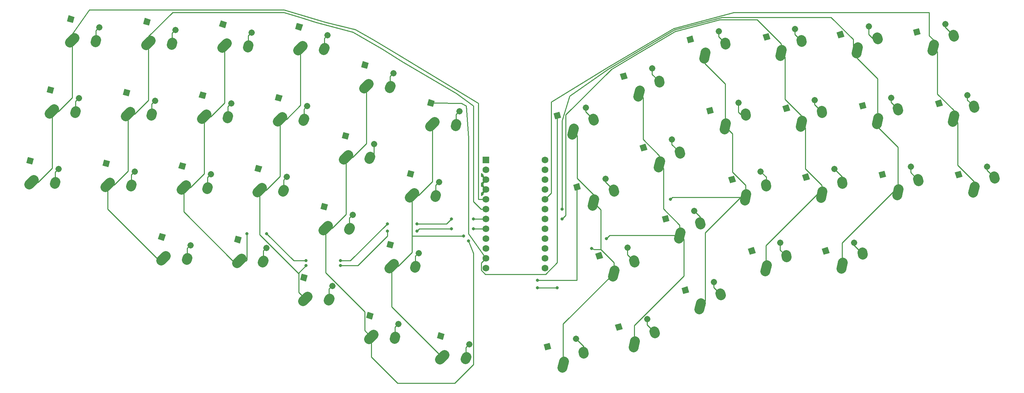
<source format=gbr>
G04 #@! TF.GenerationSoftware,KiCad,Pcbnew,(5.1.5)-3*
G04 #@! TF.CreationDate,2020-09-15T02:52:10+03:00*
G04 #@! TF.ProjectId,eiri,65697269-2e6b-4696-9361-645f70636258,rev?*
G04 #@! TF.SameCoordinates,Original*
G04 #@! TF.FileFunction,Copper,L1,Top*
G04 #@! TF.FilePolarity,Positive*
%FSLAX46Y46*%
G04 Gerber Fmt 4.6, Leading zero omitted, Abs format (unit mm)*
G04 Created by KiCad (PCBNEW (5.1.5)-3) date 2020-09-15 02:52:10*
%MOMM*%
%LPD*%
G04 APERTURE LIST*
%ADD10R,1.752600X1.752600*%
%ADD11C,1.752600*%
%ADD12C,2.500000*%
%ADD13C,0.100000*%
%ADD14C,1.600000*%
%ADD15C,0.800000*%
%ADD16C,0.250000*%
%ADD17C,0.254000*%
G04 APERTURE END LIST*
D10*
X138430000Y-81280000D03*
D11*
X138430000Y-83820000D03*
X138430000Y-86360000D03*
X138430000Y-88900000D03*
X138430000Y-91440000D03*
X138430000Y-93980000D03*
X138430000Y-96520000D03*
X138430000Y-99060000D03*
X138430000Y-101600000D03*
X138430000Y-104140000D03*
X138430000Y-106680000D03*
X153670000Y-109220000D03*
X153670000Y-106680000D03*
X153670000Y-104140000D03*
X153670000Y-101600000D03*
X153670000Y-99060000D03*
X153670000Y-96520000D03*
X153670000Y-93980000D03*
X153670000Y-91440000D03*
X153670000Y-88900000D03*
X153670000Y-86360000D03*
X153670000Y-83820000D03*
X138430000Y-109220000D03*
X153670000Y-81280000D03*
D12*
X264488789Y-88129398D02*
X264111701Y-89756268D01*
X269515963Y-85565007D02*
X269637541Y-86132121D01*
X259237898Y-69817363D02*
X258860810Y-71444233D01*
X264265072Y-67252972D02*
X264386650Y-67820086D01*
X253987006Y-51505327D02*
X253609918Y-53132197D01*
X259014180Y-48940936D02*
X259135758Y-49508050D01*
X230490166Y-107787201D02*
X230113078Y-109414071D01*
X235517340Y-105222810D02*
X235638918Y-105789924D01*
X244864032Y-88802282D02*
X244486944Y-90429152D01*
X249891206Y-86237891D02*
X250012784Y-86805005D01*
X239613141Y-70490247D02*
X239236053Y-72117117D01*
X244640315Y-67925856D02*
X244761893Y-68492970D01*
X234362249Y-52178211D02*
X233985161Y-53805081D01*
X239389423Y-49613820D02*
X239511001Y-50180934D01*
X210865409Y-108460085D02*
X210488321Y-110086955D01*
X215892583Y-105895694D02*
X216014161Y-106462808D01*
X225239275Y-89475166D02*
X224862187Y-91102036D01*
X230266449Y-86910775D02*
X230388027Y-87477889D01*
X219988384Y-71163131D02*
X219611296Y-72790001D01*
X225015558Y-68598740D02*
X225137136Y-69165854D01*
X214737492Y-52851095D02*
X214360404Y-54477965D01*
X219764666Y-50286704D02*
X219886244Y-50853818D01*
X193866098Y-118288987D02*
X193489010Y-119915857D01*
X198893272Y-115724596D02*
X199014850Y-116291710D01*
X205614518Y-90148050D02*
X205237430Y-91774920D01*
X210641692Y-87583659D02*
X210763270Y-88150773D01*
X200363627Y-71836015D02*
X199986539Y-73462885D01*
X205390801Y-69271624D02*
X205512379Y-69838738D01*
X195112736Y-53523980D02*
X194735648Y-55150850D01*
X200139910Y-50959589D02*
X200261488Y-51526703D01*
X176866787Y-128117889D02*
X176489699Y-129744759D01*
X181893961Y-125553498D02*
X182015539Y-126120612D01*
X188615207Y-99976952D02*
X188238119Y-101603822D01*
X193642381Y-97412561D02*
X193763959Y-97979675D01*
X183364316Y-81664917D02*
X182987228Y-83291787D01*
X188391490Y-79100526D02*
X188513068Y-79667640D01*
X178113425Y-63352882D02*
X177736337Y-64979752D01*
X183140599Y-60788491D02*
X183262177Y-61355605D01*
X158554751Y-133368780D02*
X158177663Y-134995650D01*
X163581925Y-130804389D02*
X163703503Y-131371503D01*
X171615896Y-109805854D02*
X171238808Y-111432724D01*
X176643070Y-107241463D02*
X176764648Y-107808577D01*
X166365005Y-91493819D02*
X165987917Y-93120689D01*
X171392179Y-88929428D02*
X171513757Y-89496542D01*
X161114114Y-73181784D02*
X160737026Y-74808654D01*
X166141288Y-70617393D02*
X166262866Y-71184507D01*
X127778546Y-131715206D02*
X126596648Y-132895044D01*
X133400751Y-132204475D02*
X133203331Y-132749843D01*
X114717403Y-108152280D02*
X113535505Y-109332118D01*
X120339608Y-108641549D02*
X120142188Y-109186917D01*
X119968295Y-89840245D02*
X118786397Y-91020083D01*
X125590500Y-90329514D02*
X125393080Y-90874882D01*
X125219187Y-71528210D02*
X124037289Y-72708048D01*
X130841392Y-72017479D02*
X130643972Y-72562847D01*
X109466511Y-126464315D02*
X108284613Y-127644153D01*
X115088716Y-126953584D02*
X114891296Y-127498952D01*
X97718089Y-98323378D02*
X96536191Y-99503216D01*
X103340294Y-98812647D02*
X103142874Y-99358015D01*
X102968981Y-80011343D02*
X101787083Y-81191181D01*
X108591186Y-80500612D02*
X108393766Y-81045980D01*
X108219873Y-61699308D02*
X107037975Y-62879146D01*
X113842078Y-62188577D02*
X113644658Y-62733945D01*
X92467197Y-116635413D02*
X91285299Y-117815251D01*
X98089402Y-117124682D02*
X97891982Y-117670050D01*
X80718775Y-88494476D02*
X79536877Y-89674314D01*
X86340980Y-88983745D02*
X86143560Y-89529113D01*
X85969667Y-70182441D02*
X84787769Y-71362279D01*
X91591872Y-70671710D02*
X91394452Y-71217078D01*
X91220559Y-51870406D02*
X90038661Y-53050244D01*
X96842764Y-52359675D02*
X96645344Y-52905043D01*
X75467883Y-106806511D02*
X74285985Y-107986349D01*
X81090088Y-107295780D02*
X80892668Y-107841148D01*
X61094016Y-87821593D02*
X59912118Y-89001431D01*
X66716221Y-88310862D02*
X66518801Y-88856230D01*
X66344908Y-69509558D02*
X65163010Y-70689396D01*
X71967113Y-69998827D02*
X71769693Y-70544195D01*
X71595799Y-51197522D02*
X70413901Y-52377360D01*
X77218004Y-51686791D02*
X77020584Y-52232159D01*
X55843124Y-106133628D02*
X54661226Y-107313466D01*
X61465329Y-106622897D02*
X61267909Y-107168265D01*
X41469256Y-87148709D02*
X40287358Y-88328547D01*
X47091461Y-87637978D02*
X46894041Y-88183346D01*
X46720148Y-68836674D02*
X45538250Y-70016512D01*
X52342353Y-69325943D02*
X52144933Y-69871311D01*
X51971039Y-50524638D02*
X50789141Y-51704476D01*
X57593244Y-51013907D02*
X57395824Y-51559275D01*
X21844496Y-86475825D02*
X20662598Y-87655663D01*
X27466701Y-86965094D02*
X27269281Y-87510462D01*
X27095388Y-68163790D02*
X25913490Y-69343628D01*
X32717593Y-68653059D02*
X32520173Y-69198427D01*
X32346279Y-49851754D02*
X31164381Y-51031592D01*
X37968484Y-50341023D02*
X37771064Y-50886391D01*
G04 #@! TA.AperFunction,ComponentPad*
D13*
G36*
X259801501Y-86079519D02*
G01*
X259360481Y-84541501D01*
X260898499Y-84100481D01*
X261339519Y-85638499D01*
X259801501Y-86079519D01*
G37*
G04 #@! TD.AperFunction*
D14*
X267674814Y-82989643D02*
X267674814Y-82989643D01*
G04 #@! TA.AperFunction,ComponentPad*
D13*
G36*
X254721501Y-67664519D02*
G01*
X254280481Y-66126501D01*
X255818499Y-65685481D01*
X256259519Y-67223499D01*
X254721501Y-67664519D01*
G37*
G04 #@! TD.AperFunction*
D14*
X262594814Y-64574643D02*
X262594814Y-64574643D01*
G04 #@! TA.AperFunction,ComponentPad*
D13*
G36*
X249006501Y-49249519D02*
G01*
X248565481Y-47711501D01*
X250103499Y-47270481D01*
X250544519Y-48808499D01*
X249006501Y-49249519D01*
G37*
G04 #@! TD.AperFunction*
D14*
X256879814Y-46159643D02*
X256879814Y-46159643D01*
G04 #@! TA.AperFunction,ComponentPad*
D13*
G36*
X225511501Y-105764519D02*
G01*
X225070481Y-104226501D01*
X226608499Y-103785481D01*
X227049519Y-105323499D01*
X225511501Y-105764519D01*
G37*
G04 #@! TD.AperFunction*
D14*
X233384814Y-102674643D02*
X233384814Y-102674643D01*
G04 #@! TA.AperFunction,ComponentPad*
D13*
G36*
X240116501Y-86079519D02*
G01*
X239675481Y-84541501D01*
X241213499Y-84100481D01*
X241654519Y-85638499D01*
X240116501Y-86079519D01*
G37*
G04 #@! TD.AperFunction*
D14*
X247989814Y-82989643D02*
X247989814Y-82989643D01*
G04 #@! TA.AperFunction,ComponentPad*
D13*
G36*
X235036501Y-68299519D02*
G01*
X234595481Y-66761501D01*
X236133499Y-66320481D01*
X236574519Y-67858499D01*
X235036501Y-68299519D01*
G37*
G04 #@! TD.AperFunction*
D14*
X242909814Y-65209643D02*
X242909814Y-65209643D01*
G04 #@! TA.AperFunction,ComponentPad*
D13*
G36*
X229321501Y-49884519D02*
G01*
X228880481Y-48346501D01*
X230418499Y-47905481D01*
X230859519Y-49443499D01*
X229321501Y-49884519D01*
G37*
G04 #@! TD.AperFunction*
D14*
X237194814Y-46794643D02*
X237194814Y-46794643D01*
G04 #@! TA.AperFunction,ComponentPad*
D13*
G36*
X206461501Y-105764519D02*
G01*
X206020481Y-104226501D01*
X207558499Y-103785481D01*
X207999519Y-105323499D01*
X206461501Y-105764519D01*
G37*
G04 #@! TD.AperFunction*
D14*
X214334814Y-102674643D02*
X214334814Y-102674643D01*
G04 #@! TA.AperFunction,ComponentPad*
D13*
G36*
X220431501Y-86714519D02*
G01*
X219990481Y-85176501D01*
X221528499Y-84735481D01*
X221969519Y-86273499D01*
X220431501Y-86714519D01*
G37*
G04 #@! TD.AperFunction*
D14*
X228304814Y-83624643D02*
X228304814Y-83624643D01*
G04 #@! TA.AperFunction,ComponentPad*
D13*
G36*
X215351501Y-68934519D02*
G01*
X214910481Y-67396501D01*
X216448499Y-66955481D01*
X216889519Y-68493499D01*
X215351501Y-68934519D01*
G37*
G04 #@! TD.AperFunction*
D14*
X223224814Y-65844643D02*
X223224814Y-65844643D01*
G04 #@! TA.AperFunction,ComponentPad*
D13*
G36*
X210271501Y-50519519D02*
G01*
X209830481Y-48981501D01*
X211368499Y-48540481D01*
X211809519Y-50078499D01*
X210271501Y-50519519D01*
G37*
G04 #@! TD.AperFunction*
D14*
X218144814Y-47429643D02*
X218144814Y-47429643D01*
G04 #@! TA.AperFunction,ComponentPad*
D13*
G36*
X189316501Y-115924519D02*
G01*
X188875481Y-114386501D01*
X190413499Y-113945481D01*
X190854519Y-115483499D01*
X189316501Y-115924519D01*
G37*
G04 #@! TD.AperFunction*
D14*
X197189814Y-112834643D02*
X197189814Y-112834643D01*
G04 #@! TA.AperFunction,ComponentPad*
D13*
G36*
X201381501Y-87349519D02*
G01*
X200940481Y-85811501D01*
X202478499Y-85370481D01*
X202919519Y-86908499D01*
X201381501Y-87349519D01*
G37*
G04 #@! TD.AperFunction*
D14*
X209254814Y-84259643D02*
X209254814Y-84259643D01*
G04 #@! TA.AperFunction,ComponentPad*
D13*
G36*
X195666501Y-69569519D02*
G01*
X195225481Y-68031501D01*
X196763499Y-67590481D01*
X197204519Y-69128499D01*
X195666501Y-69569519D01*
G37*
G04 #@! TD.AperFunction*
D14*
X203539814Y-66479643D02*
X203539814Y-66479643D01*
G04 #@! TA.AperFunction,ComponentPad*
D13*
G36*
X190586501Y-51154519D02*
G01*
X190145481Y-49616501D01*
X191683499Y-49175481D01*
X192124519Y-50713499D01*
X190586501Y-51154519D01*
G37*
G04 #@! TD.AperFunction*
D14*
X198459814Y-48064643D02*
X198459814Y-48064643D01*
G04 #@! TA.AperFunction,ComponentPad*
D13*
G36*
X172171501Y-125449519D02*
G01*
X171730481Y-123911501D01*
X173268499Y-123470481D01*
X173709519Y-125008499D01*
X172171501Y-125449519D01*
G37*
G04 #@! TD.AperFunction*
D14*
X180044814Y-122359643D02*
X180044814Y-122359643D01*
G04 #@! TA.AperFunction,ComponentPad*
D13*
G36*
X184236501Y-97509519D02*
G01*
X183795481Y-95971501D01*
X185333499Y-95530481D01*
X185774519Y-97068499D01*
X184236501Y-97509519D01*
G37*
G04 #@! TD.AperFunction*
D14*
X192109814Y-94419643D02*
X192109814Y-94419643D01*
G04 #@! TA.AperFunction,ComponentPad*
D13*
G36*
X178521501Y-79094519D02*
G01*
X178080481Y-77556501D01*
X179618499Y-77115481D01*
X180059519Y-78653499D01*
X178521501Y-79094519D01*
G37*
G04 #@! TD.AperFunction*
D14*
X186394814Y-76004643D02*
X186394814Y-76004643D01*
G04 #@! TA.AperFunction,ComponentPad*
D13*
G36*
X173441501Y-60679519D02*
G01*
X173000481Y-59141501D01*
X174538499Y-58700481D01*
X174979519Y-60238499D01*
X173441501Y-60679519D01*
G37*
G04 #@! TD.AperFunction*
D14*
X181314814Y-57589643D02*
X181314814Y-57589643D01*
G04 #@! TA.AperFunction,ComponentPad*
D13*
G36*
X153756501Y-130529519D02*
G01*
X153315481Y-128991501D01*
X154853499Y-128550481D01*
X155294519Y-130088499D01*
X153756501Y-130529519D01*
G37*
G04 #@! TD.AperFunction*
D14*
X161629814Y-127439643D02*
X161629814Y-127439643D01*
G04 #@! TA.AperFunction,ComponentPad*
D13*
G36*
X167091501Y-107034519D02*
G01*
X166650481Y-105496501D01*
X168188499Y-105055481D01*
X168629519Y-106593499D01*
X167091501Y-107034519D01*
G37*
G04 #@! TD.AperFunction*
D14*
X174964814Y-103944643D02*
X174964814Y-103944643D01*
G04 #@! TA.AperFunction,ComponentPad*
D13*
G36*
X161376501Y-89254519D02*
G01*
X160935481Y-87716501D01*
X162473499Y-87275481D01*
X162914519Y-88813499D01*
X161376501Y-89254519D01*
G37*
G04 #@! TD.AperFunction*
D14*
X169249814Y-86164643D02*
X169249814Y-86164643D01*
G04 #@! TA.AperFunction,ComponentPad*
D13*
G36*
X156296501Y-70839519D02*
G01*
X155855481Y-69301501D01*
X157393499Y-68860481D01*
X157834519Y-70398499D01*
X156296501Y-70839519D01*
G37*
G04 #@! TD.AperFunction*
D14*
X164169814Y-67749643D02*
X164169814Y-67749643D01*
G04 #@! TA.AperFunction,ComponentPad*
D13*
G36*
X125813466Y-127322878D02*
G01*
X126254486Y-125784860D01*
X127792504Y-126225880D01*
X127351484Y-127763898D01*
X125813466Y-127322878D01*
G37*
G04 #@! TD.AperFunction*
D14*
X134127799Y-128874736D02*
X134127799Y-128874736D01*
G04 #@! TA.AperFunction,ComponentPad*
D13*
G36*
X112752323Y-103759952D02*
G01*
X113193343Y-102221934D01*
X114731361Y-102662954D01*
X114290341Y-104200972D01*
X112752323Y-103759952D01*
G37*
G04 #@! TD.AperFunction*
D14*
X121066656Y-105311810D02*
X121066656Y-105311810D01*
G04 #@! TA.AperFunction,ComponentPad*
D13*
G36*
X118003215Y-85447917D02*
G01*
X118444235Y-83909899D01*
X119982253Y-84350919D01*
X119541233Y-85888937D01*
X118003215Y-85447917D01*
G37*
G04 #@! TD.AperFunction*
D14*
X126317548Y-86999775D02*
X126317548Y-86999775D01*
G04 #@! TA.AperFunction,ComponentPad*
D13*
G36*
X123254107Y-67135882D02*
G01*
X123695127Y-65597864D01*
X125233145Y-66038884D01*
X124792125Y-67576902D01*
X123254107Y-67135882D01*
G37*
G04 #@! TD.AperFunction*
D14*
X131568440Y-68687740D02*
X131568440Y-68687740D01*
G04 #@! TA.AperFunction,ComponentPad*
D13*
G36*
X107501431Y-122071987D02*
G01*
X107942451Y-120533969D01*
X109480469Y-120974989D01*
X109039449Y-122513007D01*
X107501431Y-122071987D01*
G37*
G04 #@! TD.AperFunction*
D14*
X115815764Y-123623845D02*
X115815764Y-123623845D01*
G04 #@! TA.AperFunction,ComponentPad*
D13*
G36*
X95753009Y-93931050D02*
G01*
X96194029Y-92393032D01*
X97732047Y-92834052D01*
X97291027Y-94372070D01*
X95753009Y-93931050D01*
G37*
G04 #@! TD.AperFunction*
D14*
X104067342Y-95482908D02*
X104067342Y-95482908D01*
G04 #@! TA.AperFunction,ComponentPad*
D13*
G36*
X101245481Y-75619015D02*
G01*
X101686501Y-74080997D01*
X103224519Y-74522017D01*
X102783499Y-76060035D01*
X101245481Y-75619015D01*
G37*
G04 #@! TD.AperFunction*
D14*
X109559814Y-77170873D02*
X109559814Y-77170873D01*
G04 #@! TA.AperFunction,ComponentPad*
D13*
G36*
X106254793Y-57306980D02*
G01*
X106695813Y-55768962D01*
X108233831Y-56209982D01*
X107792811Y-57748000D01*
X106254793Y-57306980D01*
G37*
G04 #@! TD.AperFunction*
D14*
X114569126Y-58858838D02*
X114569126Y-58858838D01*
G04 #@! TA.AperFunction,ComponentPad*
D13*
G36*
X90502117Y-112243085D02*
G01*
X90943137Y-110705067D01*
X92481155Y-111146087D01*
X92040135Y-112684105D01*
X90502117Y-112243085D01*
G37*
G04 #@! TD.AperFunction*
D14*
X98816450Y-113794943D02*
X98816450Y-113794943D01*
G04 #@! TA.AperFunction,ComponentPad*
D13*
G36*
X78753695Y-84102148D02*
G01*
X79194715Y-82564130D01*
X80732733Y-83005150D01*
X80291713Y-84543168D01*
X78753695Y-84102148D01*
G37*
G04 #@! TD.AperFunction*
D14*
X87068028Y-85654006D02*
X87068028Y-85654006D01*
G04 #@! TA.AperFunction,ComponentPad*
D13*
G36*
X84004587Y-65790113D02*
G01*
X84445607Y-64252095D01*
X85983625Y-64693115D01*
X85542605Y-66231133D01*
X84004587Y-65790113D01*
G37*
G04 #@! TD.AperFunction*
D14*
X92318920Y-67341971D02*
X92318920Y-67341971D01*
G04 #@! TA.AperFunction,ComponentPad*
D13*
G36*
X89255479Y-47478078D02*
G01*
X89696499Y-45940060D01*
X91234517Y-46381080D01*
X90793497Y-47919098D01*
X89255479Y-47478078D01*
G37*
G04 #@! TD.AperFunction*
D14*
X97569812Y-49029936D02*
X97569812Y-49029936D01*
G04 #@! TA.AperFunction,ComponentPad*
D13*
G36*
X73502803Y-102414183D02*
G01*
X73943823Y-100876165D01*
X75481841Y-101317185D01*
X75040821Y-102855203D01*
X73502803Y-102414183D01*
G37*
G04 #@! TD.AperFunction*
D14*
X81817136Y-103966041D02*
X81817136Y-103966041D01*
G04 #@! TA.AperFunction,ComponentPad*
D13*
G36*
X59128936Y-83429265D02*
G01*
X59569956Y-81891247D01*
X61107974Y-82332267D01*
X60666954Y-83870285D01*
X59128936Y-83429265D01*
G37*
G04 #@! TD.AperFunction*
D14*
X67443269Y-84981123D02*
X67443269Y-84981123D01*
G04 #@! TA.AperFunction,ComponentPad*
D13*
G36*
X64379828Y-65117230D02*
G01*
X64820848Y-63579212D01*
X66358866Y-64020232D01*
X65917846Y-65558250D01*
X64379828Y-65117230D01*
G37*
G04 #@! TD.AperFunction*
D14*
X72694161Y-66669088D02*
X72694161Y-66669088D01*
G04 #@! TA.AperFunction,ComponentPad*
D13*
G36*
X69630719Y-46805194D02*
G01*
X70071739Y-45267176D01*
X71609757Y-45708196D01*
X71168737Y-47246214D01*
X69630719Y-46805194D01*
G37*
G04 #@! TD.AperFunction*
D14*
X77945052Y-48357052D02*
X77945052Y-48357052D01*
G04 #@! TA.AperFunction,ComponentPad*
D13*
G36*
X53878044Y-101741300D02*
G01*
X54319064Y-100203282D01*
X55857082Y-100644302D01*
X55416062Y-102182320D01*
X53878044Y-101741300D01*
G37*
G04 #@! TD.AperFunction*
D14*
X62192377Y-103293158D02*
X62192377Y-103293158D01*
G04 #@! TA.AperFunction,ComponentPad*
D13*
G36*
X39504176Y-82756381D02*
G01*
X39945196Y-81218363D01*
X41483214Y-81659383D01*
X41042194Y-83197401D01*
X39504176Y-82756381D01*
G37*
G04 #@! TD.AperFunction*
D14*
X47818509Y-84308239D02*
X47818509Y-84308239D01*
G04 #@! TA.AperFunction,ComponentPad*
D13*
G36*
X44755068Y-64444346D02*
G01*
X45196088Y-62906328D01*
X46734106Y-63347348D01*
X46293086Y-64885366D01*
X44755068Y-64444346D01*
G37*
G04 #@! TD.AperFunction*
D14*
X53069401Y-65996204D02*
X53069401Y-65996204D01*
G04 #@! TA.AperFunction,ComponentPad*
D13*
G36*
X50005959Y-46132310D02*
G01*
X50446979Y-44594292D01*
X51984997Y-45035312D01*
X51543977Y-46573330D01*
X50005959Y-46132310D01*
G37*
G04 #@! TD.AperFunction*
D14*
X58320292Y-47684168D02*
X58320292Y-47684168D01*
G04 #@! TA.AperFunction,ComponentPad*
D13*
G36*
X19879416Y-82083497D02*
G01*
X20320436Y-80545479D01*
X21858454Y-80986499D01*
X21417434Y-82524517D01*
X19879416Y-82083497D01*
G37*
G04 #@! TD.AperFunction*
D14*
X28193749Y-83635355D02*
X28193749Y-83635355D01*
G04 #@! TA.AperFunction,ComponentPad*
D13*
G36*
X25130308Y-63771462D02*
G01*
X25571328Y-62233444D01*
X27109346Y-62674464D01*
X26668326Y-64212482D01*
X25130308Y-63771462D01*
G37*
G04 #@! TD.AperFunction*
D14*
X33444641Y-65323320D02*
X33444641Y-65323320D01*
G04 #@! TA.AperFunction,ComponentPad*
D13*
G36*
X30381199Y-45459426D02*
G01*
X30822219Y-43921408D01*
X32360237Y-44362428D01*
X31919217Y-45900446D01*
X30381199Y-45459426D01*
G37*
G04 #@! TD.AperFunction*
D14*
X38695532Y-47011284D02*
X38695532Y-47011284D01*
D15*
X151765000Y-112395000D03*
X151765000Y-114300000D03*
X156845000Y-114300000D03*
X135255000Y-96520000D03*
X129540000Y-96520000D03*
X120650000Y-97790000D03*
X113030000Y-97790000D03*
X100965000Y-107315000D03*
X92075000Y-107315000D03*
X81915000Y-100330000D03*
X76835000Y-100330000D03*
X135255000Y-99060000D03*
X129540000Y-99060000D03*
X120650000Y-99695000D03*
X113030000Y-99695000D03*
X100965000Y-108585000D03*
X92075000Y-108585000D03*
X133985000Y-102235000D03*
X132715000Y-100965000D03*
X165735000Y-104140000D03*
X169545000Y-101600000D03*
X186055000Y-91440000D03*
X158115000Y-96520000D03*
X158115000Y-93980000D03*
D16*
X156845000Y-70682239D02*
X156845000Y-69850000D01*
X156845000Y-107822926D02*
X156845000Y-70682239D01*
X153827916Y-110840010D02*
X156845000Y-107822926D01*
X137228699Y-109796625D02*
X138272084Y-110840010D01*
X138272084Y-110840010D02*
X153827916Y-110840010D01*
X137228699Y-107881301D02*
X137228699Y-109796625D01*
X138430000Y-106680000D02*
X137228699Y-107881301D01*
X133985000Y-100330000D02*
X138430000Y-106680000D01*
X125075865Y-66587383D02*
X132080000Y-66675000D01*
X132080000Y-66675000D02*
X133350000Y-67310000D01*
X133350000Y-67310000D02*
X133985000Y-75565000D01*
X124243626Y-66587383D02*
X125075865Y-66587383D01*
X133985000Y-75565000D02*
X133985000Y-100330000D01*
X37869774Y-47837042D02*
X38695532Y-47011284D01*
X37869774Y-50613707D02*
X37869774Y-47837042D01*
X161925000Y-89097239D02*
X161925000Y-88265000D01*
X151765000Y-112395000D02*
X161925000Y-112395000D01*
X161925000Y-112395000D02*
X161925000Y-89097239D01*
X32618883Y-66149078D02*
X33444641Y-65323320D01*
X32618883Y-68925743D02*
X32618883Y-66149078D01*
X151765000Y-114300000D02*
X156845000Y-114300000D01*
X156845000Y-114300000D02*
X156845000Y-114300000D01*
X27367991Y-84461113D02*
X28193749Y-83635355D01*
X27367991Y-87237778D02*
X27367991Y-84461113D01*
X57494534Y-48509926D02*
X58320292Y-47684168D01*
X57494534Y-51286591D02*
X57494534Y-48509926D01*
X52243643Y-66821962D02*
X53069401Y-65996204D01*
X52243643Y-69598627D02*
X52243643Y-66821962D01*
X46992751Y-85133997D02*
X47818509Y-84308239D01*
X46992751Y-87910662D02*
X46992751Y-85133997D01*
X61366619Y-104118916D02*
X62192377Y-103293158D01*
X61366619Y-106895581D02*
X61366619Y-104118916D01*
X77119294Y-49182810D02*
X77945052Y-48357052D01*
X77119294Y-51959475D02*
X77119294Y-49182810D01*
X71868403Y-67494846D02*
X72694161Y-66669088D01*
X71868403Y-70271511D02*
X71868403Y-67494846D01*
X66617511Y-85806881D02*
X67443269Y-84981123D01*
X66617511Y-88583546D02*
X66617511Y-85806881D01*
X80991378Y-104791799D02*
X81817136Y-103966041D01*
X80991378Y-107568464D02*
X80991378Y-104791799D01*
X96744054Y-49855694D02*
X97569812Y-49029936D01*
X96744054Y-52632359D02*
X96744054Y-49855694D01*
X91493162Y-68167729D02*
X92318920Y-67341971D01*
X91493162Y-70944394D02*
X91493162Y-68167729D01*
X86242270Y-86479764D02*
X87068028Y-85654006D01*
X86242270Y-89256429D02*
X86242270Y-86479764D01*
X97990692Y-114620701D02*
X98816450Y-113794943D01*
X97990692Y-117397366D02*
X97990692Y-114620701D01*
X113743368Y-59684596D02*
X114569126Y-58858838D01*
X113743368Y-62461261D02*
X113743368Y-59684596D01*
X109559814Y-79705958D02*
X109559814Y-77170873D01*
X108492476Y-80773296D02*
X109559814Y-79705958D01*
X103241584Y-96308666D02*
X104067342Y-95482908D01*
X103241584Y-99085331D02*
X103241584Y-96308666D01*
X114990006Y-124449603D02*
X115815764Y-123623845D01*
X114990006Y-127226268D02*
X114990006Y-124449603D01*
X130742682Y-69513498D02*
X131568440Y-68687740D01*
X130742682Y-72290163D02*
X130742682Y-69513498D01*
X125491790Y-87825533D02*
X126317548Y-86999775D01*
X125491790Y-90602198D02*
X125491790Y-87825533D01*
X120240898Y-106137568D02*
X121066656Y-105311810D01*
X120240898Y-108914233D02*
X120240898Y-106137568D01*
X133302041Y-129700494D02*
X134127799Y-128874736D01*
X133302041Y-132477159D02*
X133302041Y-129700494D01*
X164169814Y-68868687D02*
X164169814Y-67749643D01*
X166202077Y-70900950D02*
X164169814Y-68868687D01*
X169249814Y-87009831D02*
X169249814Y-86164643D01*
X171452968Y-89212985D02*
X169249814Y-87009831D01*
X174964814Y-105785975D02*
X174964814Y-103944643D01*
X176703859Y-107525020D02*
X174964814Y-105785975D01*
X163642714Y-129452543D02*
X161629814Y-127439643D01*
X163642714Y-131087946D02*
X163642714Y-129452543D01*
X181314814Y-59185474D02*
X181314814Y-57589643D01*
X183201388Y-61072048D02*
X181314814Y-59185474D01*
X186394814Y-77326618D02*
X186394814Y-76004643D01*
X188452279Y-79384083D02*
X186394814Y-77326618D01*
X193703170Y-96012999D02*
X192109814Y-94419643D01*
X193703170Y-97696118D02*
X193703170Y-96012999D01*
X180044814Y-123927119D02*
X180044814Y-122359643D01*
X181954750Y-125837055D02*
X180044814Y-123927119D01*
X198459814Y-49502261D02*
X198459814Y-48064643D01*
X200200699Y-51243146D02*
X198459814Y-49502261D01*
X203539814Y-67611013D02*
X203539814Y-66479643D01*
X203539814Y-68921806D02*
X203539814Y-67611013D01*
X204173189Y-69555181D02*
X203539814Y-68921806D01*
X205451590Y-69555181D02*
X204173189Y-69555181D01*
X210702481Y-85707310D02*
X209254814Y-84259643D01*
X210702481Y-87867216D02*
X210702481Y-85707310D01*
X197189814Y-114243906D02*
X197189814Y-112834643D01*
X198954061Y-116008153D02*
X197189814Y-114243906D01*
X218144814Y-48889620D02*
X218144814Y-47429643D01*
X219825455Y-50570261D02*
X218144814Y-48889620D01*
X223224814Y-67030764D02*
X223224814Y-65844643D01*
X225076347Y-68882297D02*
X223224814Y-67030764D01*
X230327238Y-85647067D02*
X228304814Y-83624643D01*
X230327238Y-87194332D02*
X230327238Y-85647067D01*
X214334814Y-104560693D02*
X214334814Y-102674643D01*
X215953372Y-106179251D02*
X214334814Y-104560693D01*
X237194814Y-47926013D02*
X237194814Y-46794643D01*
X237194814Y-48920380D02*
X237194814Y-47926013D01*
X238171811Y-49897377D02*
X237194814Y-48920380D01*
X239450212Y-49897377D02*
X238171811Y-49897377D01*
X242909814Y-66418123D02*
X242909814Y-65209643D01*
X244701104Y-68209413D02*
X242909814Y-66418123D01*
X247989814Y-84559267D02*
X247989814Y-82989643D01*
X249951995Y-86521448D02*
X247989814Y-84559267D01*
X233384814Y-103313052D02*
X233384814Y-102674643D01*
X235578129Y-105506367D02*
X233384814Y-103313052D01*
X256879814Y-47029338D02*
X256879814Y-46159643D01*
X259074969Y-49224493D02*
X256879814Y-47029338D01*
X262594814Y-65805482D02*
X262594814Y-64574643D01*
X264325861Y-67536529D02*
X262594814Y-65805482D01*
X267674814Y-83946626D02*
X267674814Y-82989643D01*
X269576752Y-85848564D02*
X267674814Y-83946626D01*
X28192720Y-68753709D02*
X26504439Y-68753709D01*
X31755330Y-65191099D02*
X28192720Y-68753709D01*
X31755330Y-50441673D02*
X31755330Y-65191099D01*
X22941828Y-87065744D02*
X21253547Y-87065744D01*
X26557300Y-83450272D02*
X22941828Y-87065744D01*
X26557300Y-68806570D02*
X26557300Y-83450272D01*
X26504439Y-68753709D02*
X26557300Y-68806570D01*
X136525000Y-91440000D02*
X138430000Y-91440000D01*
X136525000Y-66675000D02*
X136525000Y-91440000D01*
X115570000Y-53975000D02*
X136525000Y-66675000D01*
X104775000Y-47625000D02*
X109220000Y-50165000D01*
X31755330Y-48755091D02*
X36195000Y-42545000D01*
X109220000Y-50165000D02*
X115570000Y-53975000D01*
X31755330Y-50441673D02*
X31755330Y-48755091D01*
X36195000Y-42545000D02*
X86360000Y-42545000D01*
X86360000Y-42545000D02*
X97155000Y-45720000D01*
X97155000Y-45720000D02*
X104775000Y-47625000D01*
X47817480Y-69426593D02*
X46129199Y-69426593D01*
X51380090Y-65863983D02*
X47817480Y-69426593D01*
X51380090Y-51114557D02*
X51380090Y-65863983D01*
X42566588Y-87738628D02*
X40878307Y-87738628D01*
X46129199Y-84176017D02*
X42566588Y-87738628D01*
X46129199Y-69426593D02*
X46129199Y-84176017D01*
X53563894Y-106723547D02*
X55252175Y-106723547D01*
X40878307Y-94037960D02*
X53563894Y-106723547D01*
X40878307Y-87738628D02*
X40878307Y-94037960D01*
X57628065Y-43180000D02*
X51380090Y-49427975D01*
X135255000Y-67310000D02*
X130810000Y-64135000D01*
X51380090Y-49427975D02*
X51380090Y-51114557D01*
X130810000Y-64135000D02*
X116840000Y-55880000D01*
X135255000Y-92044275D02*
X135255000Y-67310000D01*
X138430000Y-93980000D02*
X137190725Y-93980000D01*
X137190725Y-93980000D02*
X135255000Y-92044275D01*
X90622850Y-44450000D02*
X86360000Y-43180000D01*
X86360000Y-43180000D02*
X57628065Y-43180000D01*
X116840000Y-55880000D02*
X111760000Y-52705000D01*
X111760000Y-52705000D02*
X104140000Y-48260000D01*
X104140000Y-48260000D02*
X94615000Y-45720000D01*
X94615000Y-45720000D02*
X90622850Y-44450000D01*
X67442240Y-70099477D02*
X65753959Y-70099477D01*
X71004850Y-66536867D02*
X67442240Y-70099477D01*
X71004850Y-51787441D02*
X71004850Y-66536867D01*
X62191348Y-88411512D02*
X60503067Y-88411512D01*
X65753959Y-84848901D02*
X62191348Y-88411512D01*
X65753959Y-70099477D02*
X65753959Y-84848901D01*
X73188653Y-107396430D02*
X74876934Y-107396430D01*
X60503067Y-94710844D02*
X73188653Y-107396430D01*
X60503067Y-88411512D02*
X60503067Y-94710844D01*
X138430000Y-96520000D02*
X135255000Y-96520000D01*
X135255000Y-96520000D02*
X135255000Y-96520000D01*
X129540000Y-96520000D02*
X128270000Y-97790000D01*
X128270000Y-97790000D02*
X120650000Y-97790000D01*
X120650000Y-97790000D02*
X120650000Y-97790000D01*
X113030000Y-97790000D02*
X103505000Y-107315000D01*
X103505000Y-107315000D02*
X100965000Y-107315000D01*
X100965000Y-107315000D02*
X100965000Y-107315000D01*
X92075000Y-107315000D02*
X88900000Y-107315000D01*
X88900000Y-107315000D02*
X81915000Y-100330000D01*
X81915000Y-100330000D02*
X81915000Y-100330000D01*
X76565215Y-107396430D02*
X74876934Y-107396430D01*
X76835000Y-107126645D02*
X76565215Y-107396430D01*
X76835000Y-100330000D02*
X76835000Y-107126645D01*
X87066999Y-70772360D02*
X85378718Y-70772360D01*
X90629610Y-67209749D02*
X87066999Y-70772360D01*
X90629610Y-52460325D02*
X90629610Y-67209749D01*
X81816107Y-89084395D02*
X80127826Y-89084395D01*
X85378718Y-85521784D02*
X81816107Y-89084395D01*
X85378718Y-70772360D02*
X85378718Y-85521784D01*
X90177107Y-115526191D02*
X90992364Y-116341448D01*
X90177107Y-110661010D02*
X90177107Y-115526191D01*
X80127826Y-100611729D02*
X90177107Y-110661010D01*
X90992364Y-116341448D02*
X91876248Y-117225332D01*
X80127826Y-89084395D02*
X80127826Y-100611729D01*
X137190725Y-99060000D02*
X135255000Y-99060000D01*
X138430000Y-99060000D02*
X137190725Y-99060000D01*
X135255000Y-99060000D02*
X135255000Y-99060000D01*
X129540000Y-99060000D02*
X121285000Y-99060000D01*
X121285000Y-99060000D02*
X120650000Y-99695000D01*
X120650000Y-99695000D02*
X120650000Y-99695000D01*
X113030000Y-99695000D02*
X113030000Y-100965000D01*
X113030000Y-100965000D02*
X105410000Y-108585000D01*
X105410000Y-108585000D02*
X100965000Y-108585000D01*
X100965000Y-108585000D02*
X100965000Y-108585000D01*
X92075000Y-108585000D02*
X90170000Y-110490000D01*
X104066313Y-80601262D02*
X102378032Y-80601262D01*
X107628924Y-77038651D02*
X104066313Y-80601262D01*
X107628924Y-62289227D02*
X107628924Y-77038651D01*
X98815421Y-98913297D02*
X97127140Y-98913297D01*
X102378032Y-95350686D02*
X98815421Y-98913297D01*
X102378032Y-80601262D02*
X102378032Y-95350686D01*
X107991678Y-126170350D02*
X108875562Y-127054234D01*
X107176421Y-120489912D02*
X107176421Y-125355093D01*
X97127140Y-110440631D02*
X107176421Y-120489912D01*
X107176421Y-125355093D02*
X107991678Y-126170350D01*
X97127140Y-98913297D02*
X97127140Y-110440631D01*
X135252800Y-105407800D02*
X133985000Y-102235000D01*
X108875562Y-132196317D02*
X115642380Y-138963135D01*
X108875562Y-127054234D02*
X108875562Y-132196317D01*
X115642380Y-138963135D02*
X130415194Y-138963135D01*
X130415194Y-138963135D02*
X135252800Y-134125529D01*
X135252800Y-134125529D02*
X135252800Y-105407800D01*
X133985000Y-102235000D02*
X133985000Y-102235000D01*
X121065627Y-90430164D02*
X119377346Y-90430164D01*
X124628238Y-86867553D02*
X121065627Y-90430164D01*
X124628238Y-72118129D02*
X124628238Y-86867553D01*
X115814735Y-108742199D02*
X114126454Y-108742199D01*
X119377346Y-105179588D02*
X115814735Y-108742199D01*
X114126454Y-119243982D02*
X127187597Y-132305125D01*
X114126454Y-108742199D02*
X114126454Y-119243982D01*
X132715000Y-100965000D02*
X119380000Y-100965000D01*
X119377346Y-90430164D02*
X119377346Y-100967654D01*
X119380000Y-100965000D02*
X119377346Y-100967654D01*
X119377346Y-100967654D02*
X119377346Y-105179588D01*
X158366207Y-123680434D02*
X158366207Y-134182215D01*
X171427352Y-110619289D02*
X158366207Y-123680434D01*
X166176461Y-90260896D02*
X166176461Y-92307254D01*
X161967259Y-86051694D02*
X166176461Y-90260896D01*
X161967259Y-75036908D02*
X161967259Y-86051694D01*
X160925570Y-73995219D02*
X161967259Y-75036908D01*
X171427352Y-108572931D02*
X171427352Y-110619289D01*
X168031990Y-104439336D02*
X171427352Y-107834698D01*
X168031990Y-94162783D02*
X168031990Y-104439336D01*
X171427352Y-107834698D02*
X171427352Y-108572931D01*
X166176461Y-92307254D02*
X168031990Y-94162783D01*
X166370000Y-104439336D02*
X168031990Y-104439336D01*
X165735000Y-104140000D02*
X166370000Y-104439336D01*
X176678243Y-126884966D02*
X176678243Y-128931324D01*
X176678243Y-124061212D02*
X176678243Y-126884966D01*
X189468352Y-111271103D02*
X176678243Y-124061212D01*
X189468352Y-101832076D02*
X189468352Y-111271103D01*
X188426663Y-100790387D02*
X189468352Y-101832076D01*
X183175772Y-80431994D02*
X183175772Y-82478352D01*
X183175772Y-80213118D02*
X183175772Y-80431994D01*
X178966570Y-65208006D02*
X178966570Y-76003916D01*
X178966570Y-76003916D02*
X183175772Y-80213118D01*
X177924881Y-64166317D02*
X178966570Y-65208006D01*
X188426663Y-98744029D02*
X188426663Y-100790387D01*
X184217461Y-93954807D02*
X188426663Y-98164009D01*
X184217461Y-83520041D02*
X184217461Y-93954807D01*
X188426663Y-98164009D02*
X188426663Y-98744029D01*
X183175772Y-82478352D02*
X184217461Y-83520041D01*
X188426663Y-100790387D02*
X170354613Y-100790387D01*
X170354613Y-100790387D02*
X169545000Y-101600000D01*
X169545000Y-101600000D02*
X169545000Y-101600000D01*
X195002513Y-100101807D02*
X195002513Y-117777463D01*
X204142835Y-90961485D02*
X195002513Y-100101807D01*
X195002513Y-117777463D02*
X193677554Y-119102422D01*
X205425974Y-90961485D02*
X204142835Y-90961485D01*
X200175083Y-70603092D02*
X200175083Y-72649450D01*
X200175083Y-61634664D02*
X200175083Y-70603092D01*
X194924192Y-56383773D02*
X200175083Y-61634664D01*
X194924192Y-54337415D02*
X194924192Y-56383773D01*
X205425974Y-88915127D02*
X205425974Y-90961485D01*
X205425974Y-87858320D02*
X205425974Y-88915127D01*
X202030612Y-84462958D02*
X205425974Y-87858320D01*
X202030612Y-74504979D02*
X202030612Y-84462958D01*
X200175083Y-72649450D02*
X202030612Y-74504979D01*
X205425974Y-90961485D02*
X186533515Y-90961485D01*
X186533515Y-90961485D02*
X186055000Y-91440000D01*
X186055000Y-91440000D02*
X186055000Y-91440000D01*
X219799840Y-69930208D02*
X219799840Y-71976566D01*
X215590637Y-65637983D02*
X219799840Y-69847186D01*
X219799840Y-69847186D02*
X219799840Y-69930208D01*
X215590637Y-54706219D02*
X215590637Y-65637983D01*
X214548948Y-53664530D02*
X215590637Y-54706219D01*
X225050731Y-88242243D02*
X225050731Y-90288601D01*
X225050731Y-87798077D02*
X225050731Y-88242243D01*
X220841529Y-83588875D02*
X225050731Y-87798077D01*
X220841529Y-73018255D02*
X220841529Y-83588875D01*
X219799840Y-71976566D02*
X220841529Y-73018255D01*
X210676865Y-103379328D02*
X210676865Y-107227162D01*
X210676865Y-107227162D02*
X210676865Y-109273520D01*
X223767592Y-90288601D02*
X210676865Y-103379328D01*
X225050731Y-90288601D02*
X223767592Y-90288601D01*
X214548948Y-51261294D02*
X208372654Y-45085000D01*
X214548948Y-53664530D02*
X214548948Y-51261294D01*
X198685165Y-45085000D02*
X187178818Y-48153357D01*
X208372654Y-45085000D02*
X198685165Y-45085000D01*
X187178818Y-48153357D02*
X177214328Y-54058240D01*
X177214328Y-54058240D02*
X170843699Y-57833428D01*
X159040890Y-69636237D02*
X159040890Y-95594110D01*
X170843699Y-57833428D02*
X159040890Y-69636237D01*
X159040890Y-95594110D02*
X158115000Y-96520000D01*
X158115000Y-96520000D02*
X158115000Y-96520000D01*
X239424597Y-69257324D02*
X239424597Y-71303682D01*
X239424597Y-60288896D02*
X239424597Y-69257324D01*
X234173705Y-55038004D02*
X239424597Y-60288896D01*
X234173705Y-52991646D02*
X234173705Y-55038004D01*
X244675488Y-78016898D02*
X244675488Y-87569359D01*
X239424597Y-72766007D02*
X244675488Y-78016898D01*
X244675488Y-87569359D02*
X244675488Y-89615717D01*
X239424597Y-71303682D02*
X239424597Y-72766007D01*
X230301622Y-106554278D02*
X230301622Y-108600636D01*
X230301622Y-102706444D02*
X230301622Y-106554278D01*
X243392349Y-89615717D02*
X230301622Y-102706444D01*
X244675488Y-89615717D02*
X243392349Y-89615717D01*
X158115000Y-93980000D02*
X158115000Y-93980000D01*
X158115000Y-71120000D02*
X158115000Y-93980000D01*
X160020000Y-64770000D02*
X158115000Y-71120000D01*
X169958638Y-57834820D02*
X160020000Y-64770000D01*
X187002844Y-47734549D02*
X169958638Y-57834820D01*
X227422654Y-44450000D02*
X199319908Y-44450000D01*
X234173705Y-52991646D02*
X233132016Y-51949957D01*
X199319908Y-44450000D02*
X187002844Y-47734549D01*
X233132016Y-51949957D02*
X233132016Y-50159362D01*
X233132016Y-50159362D02*
X227422654Y-44450000D01*
X259049354Y-68584440D02*
X259049354Y-70630798D01*
X259049354Y-68456700D02*
X259049354Y-68584440D01*
X254840151Y-64247497D02*
X259049354Y-68456700D01*
X254840151Y-53360451D02*
X254840151Y-64247497D01*
X253798462Y-52318762D02*
X254840151Y-53360451D01*
X264300245Y-86896475D02*
X264300245Y-88942833D01*
X260091043Y-71672487D02*
X260091043Y-82687273D01*
X260091043Y-82687273D02*
X264300245Y-86896475D01*
X259049354Y-70630798D02*
X260091043Y-71672487D01*
X155268470Y-66346530D02*
X155268470Y-89841530D01*
X169725957Y-57449616D02*
X155268470Y-66346530D01*
X186826870Y-47315741D02*
X169725957Y-57449616D01*
X253798462Y-50272404D02*
X252730000Y-49203942D01*
X155268470Y-89841530D02*
X153670000Y-91440000D01*
X202335901Y-43180000D02*
X186826870Y-47315741D01*
X253798462Y-52318762D02*
X253798462Y-50272404D01*
X252730000Y-49203942D02*
X252730000Y-43180000D01*
X252730000Y-43180000D02*
X202335901Y-43180000D01*
D17*
G36*
X137466602Y-84993904D02*
G01*
X137629809Y-85102955D01*
X137562437Y-85312831D01*
X138430000Y-86180395D01*
X138444142Y-86166252D01*
X138623748Y-86345858D01*
X138609605Y-86360000D01*
X138623748Y-86374143D01*
X138444142Y-86553748D01*
X138430000Y-86539605D01*
X137562437Y-87407169D01*
X137633968Y-87630000D01*
X137562437Y-87852831D01*
X138430000Y-88720395D01*
X138444142Y-88706252D01*
X138623748Y-88885858D01*
X138609605Y-88900000D01*
X138623748Y-88914143D01*
X138444142Y-89093748D01*
X138430000Y-89079605D01*
X137562437Y-89947169D01*
X137629809Y-90157045D01*
X137466602Y-90266096D01*
X137285000Y-90447698D01*
X137285000Y-89736158D01*
X137382831Y-89767563D01*
X138250395Y-88900000D01*
X137382831Y-88032437D01*
X137285000Y-88063842D01*
X137285000Y-87196158D01*
X137382831Y-87227563D01*
X138250395Y-86360000D01*
X137382831Y-85492437D01*
X137285000Y-85523842D01*
X137285000Y-84812302D01*
X137466602Y-84993904D01*
G37*
X137466602Y-84993904D02*
X137629809Y-85102955D01*
X137562437Y-85312831D01*
X138430000Y-86180395D01*
X138444142Y-86166252D01*
X138623748Y-86345858D01*
X138609605Y-86360000D01*
X138623748Y-86374143D01*
X138444142Y-86553748D01*
X138430000Y-86539605D01*
X137562437Y-87407169D01*
X137633968Y-87630000D01*
X137562437Y-87852831D01*
X138430000Y-88720395D01*
X138444142Y-88706252D01*
X138623748Y-88885858D01*
X138609605Y-88900000D01*
X138623748Y-88914143D01*
X138444142Y-89093748D01*
X138430000Y-89079605D01*
X137562437Y-89947169D01*
X137629809Y-90157045D01*
X137466602Y-90266096D01*
X137285000Y-90447698D01*
X137285000Y-89736158D01*
X137382831Y-89767563D01*
X138250395Y-88900000D01*
X137382831Y-88032437D01*
X137285000Y-88063842D01*
X137285000Y-87196158D01*
X137382831Y-87227563D01*
X138250395Y-86360000D01*
X137382831Y-85492437D01*
X137285000Y-85523842D01*
X137285000Y-84812302D01*
X137466602Y-84993904D01*
G36*
X153863748Y-83805858D02*
G01*
X153849605Y-83820000D01*
X153863748Y-83834142D01*
X153684142Y-84013748D01*
X153670000Y-83999605D01*
X153655858Y-84013748D01*
X153476253Y-83834143D01*
X153490395Y-83820000D01*
X153476253Y-83805858D01*
X153655858Y-83626252D01*
X153670000Y-83640395D01*
X153684142Y-83626252D01*
X153863748Y-83805858D01*
G37*
X153863748Y-83805858D02*
X153849605Y-83820000D01*
X153863748Y-83834142D01*
X153684142Y-84013748D01*
X153670000Y-83999605D01*
X153655858Y-84013748D01*
X153476253Y-83834143D01*
X153490395Y-83820000D01*
X153476253Y-83805858D01*
X153655858Y-83626252D01*
X153670000Y-83640395D01*
X153684142Y-83626252D01*
X153863748Y-83805858D01*
M02*

</source>
